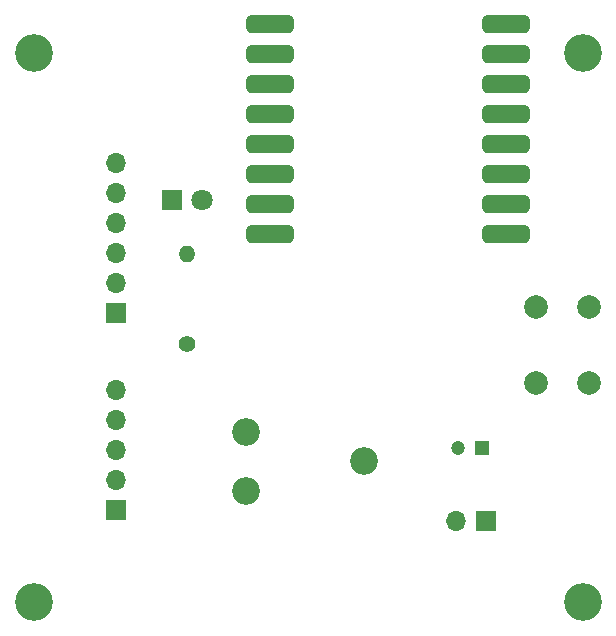
<source format=gbr>
%TF.GenerationSoftware,KiCad,Pcbnew,8.0.7*%
%TF.CreationDate,2025-01-02T11:10:57+09:00*%
%TF.ProjectId,rusty-hangulclock,72757374-792d-4686-916e-67756c636c6f,rev?*%
%TF.SameCoordinates,Original*%
%TF.FileFunction,Soldermask,Top*%
%TF.FilePolarity,Negative*%
%FSLAX46Y46*%
G04 Gerber Fmt 4.6, Leading zero omitted, Abs format (unit mm)*
G04 Created by KiCad (PCBNEW 8.0.7) date 2025-01-02 11:10:57*
%MOMM*%
%LPD*%
G01*
G04 APERTURE LIST*
G04 Aperture macros list*
%AMRoundRect*
0 Rectangle with rounded corners*
0 $1 Rounding radius*
0 $2 $3 $4 $5 $6 $7 $8 $9 X,Y pos of 4 corners*
0 Add a 4 corners polygon primitive as box body*
4,1,4,$2,$3,$4,$5,$6,$7,$8,$9,$2,$3,0*
0 Add four circle primitives for the rounded corners*
1,1,$1+$1,$2,$3*
1,1,$1+$1,$4,$5*
1,1,$1+$1,$6,$7*
1,1,$1+$1,$8,$9*
0 Add four rect primitives between the rounded corners*
20,1,$1+$1,$2,$3,$4,$5,0*
20,1,$1+$1,$4,$5,$6,$7,0*
20,1,$1+$1,$6,$7,$8,$9,0*
20,1,$1+$1,$8,$9,$2,$3,0*%
G04 Aperture macros list end*
%ADD10R,1.700000X1.700000*%
%ADD11O,1.700000X1.700000*%
%ADD12C,2.340000*%
%ADD13R,1.800000X1.800000*%
%ADD14C,1.800000*%
%ADD15C,3.200000*%
%ADD16RoundRect,0.381000X-1.619000X-0.381000X1.619000X-0.381000X1.619000X0.381000X-1.619000X0.381000X0*%
%ADD17C,1.400000*%
%ADD18O,1.400000X1.400000*%
%ADD19R,1.200000X1.200000*%
%ADD20C,1.200000*%
%ADD21C,2.000000*%
G04 APERTURE END LIST*
D10*
%TO.C,J1*%
X126500000Y-123195000D03*
D11*
X126500000Y-120655000D03*
X126500000Y-118115000D03*
X126500000Y-115575000D03*
X126500000Y-113035000D03*
%TD*%
D12*
%TO.C,RV1*%
X137500000Y-121595000D03*
X147500000Y-119095000D03*
X137500000Y-116595000D03*
%TD*%
D13*
%TO.C,D1*%
X131230000Y-97000000D03*
D14*
X133770000Y-97000000D03*
%TD*%
D15*
%TO.C,H4*%
X119500000Y-131000000D03*
%TD*%
D10*
%TO.C,J3*%
X157775000Y-124125000D03*
D11*
X155235000Y-124125000D03*
%TD*%
D15*
%TO.C,H2*%
X166000000Y-84500000D03*
%TD*%
D16*
%TO.C,M1*%
X159500000Y-99860000D03*
X159500000Y-97320000D03*
X159500000Y-94780000D03*
X159500000Y-92240000D03*
X159500000Y-87160000D03*
X159500000Y-89700000D03*
X139500000Y-82080000D03*
X159500000Y-82100000D03*
X139500000Y-84620000D03*
X139500000Y-87160000D03*
X139500000Y-89700000D03*
X139500000Y-92240000D03*
X139500000Y-94780000D03*
X139500000Y-97320000D03*
X139500000Y-99860000D03*
X159500000Y-84620000D03*
%TD*%
D10*
%TO.C,J2*%
X126500000Y-106540000D03*
D11*
X126500000Y-104000000D03*
X126500000Y-101460000D03*
X126500000Y-98920000D03*
X126500000Y-96380000D03*
X126500000Y-93840000D03*
%TD*%
D17*
%TO.C,R1*%
X132500000Y-109120000D03*
D18*
X132500000Y-101500000D03*
%TD*%
D15*
%TO.C,H1*%
X166000000Y-131000000D03*
%TD*%
D19*
%TO.C,C1*%
X157472600Y-118000000D03*
D20*
X155472600Y-118000000D03*
%TD*%
D15*
%TO.C,H3*%
X119500000Y-84500000D03*
%TD*%
D21*
%TO.C,SW1*%
X162000000Y-112500000D03*
X162000000Y-106000000D03*
X166500000Y-112500000D03*
X166500000Y-106000000D03*
%TD*%
M02*

</source>
